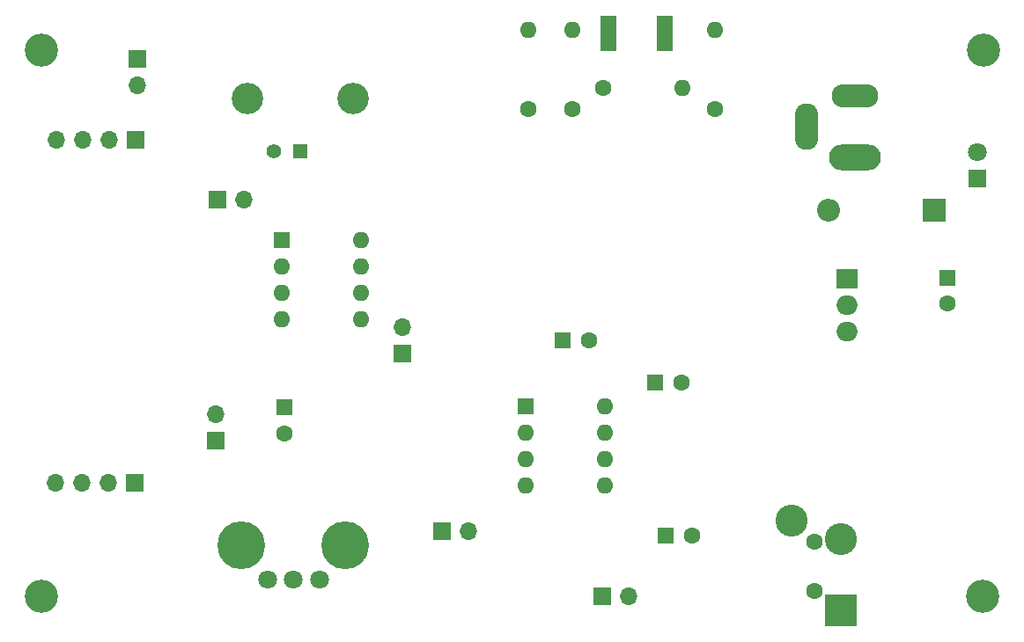
<source format=gbr>
%TF.GenerationSoftware,KiCad,Pcbnew,(6.0.7)*%
%TF.CreationDate,2023-03-17T11:03:48-04:00*%
%TF.ProjectId,DCV v2,44435620-7632-42e6-9b69-6361645f7063,rev?*%
%TF.SameCoordinates,Original*%
%TF.FileFunction,Soldermask,Bot*%
%TF.FilePolarity,Negative*%
%FSLAX46Y46*%
G04 Gerber Fmt 4.6, Leading zero omitted, Abs format (unit mm)*
G04 Created by KiCad (PCBNEW (6.0.7)) date 2023-03-17 11:03:48*
%MOMM*%
%LPD*%
G01*
G04 APERTURE LIST*
%ADD10R,1.700000X1.700000*%
%ADD11O,1.700000X1.700000*%
%ADD12R,1.600000X1.600000*%
%ADD13C,1.600000*%
%ADD14O,5.000000X2.500000*%
%ADD15O,4.500000X2.250000*%
%ADD16O,2.250000X4.500000*%
%ADD17O,1.600000X1.600000*%
%ADD18C,3.200000*%
%ADD19R,2.000000X1.905000*%
%ADD20O,2.000000X1.905000*%
%ADD21C,4.600000*%
%ADD22C,1.800000*%
%ADD23R,1.398000X1.398000*%
%ADD24C,1.398000*%
%ADD25C,3.015000*%
%ADD26R,3.092000X3.092000*%
%ADD27C,3.092000*%
%ADD28R,1.500000X3.500000*%
%ADD29R,1.800000X1.800000*%
%ADD30R,2.200000X2.200000*%
%ADD31O,2.200000X2.200000*%
G04 APERTURE END LIST*
D10*
%TO.C,J10*%
X63817500Y-72961500D03*
D11*
X66357500Y-72961500D03*
%TD*%
D12*
%TO.C,C7*%
X112435000Y-48601849D03*
D13*
X112435000Y-51101849D03*
%TD*%
D12*
%TO.C,C11*%
X84318000Y-58664000D03*
D13*
X86818000Y-58664000D03*
%TD*%
D14*
%TO.C,J4*%
X103545000Y-37054500D03*
D15*
X103545000Y-31054500D03*
D16*
X98845000Y-34054500D03*
%TD*%
D13*
%TO.C,R4*%
X79311500Y-30289500D03*
D17*
X86931500Y-30289500D03*
%TD*%
D13*
%TO.C,R9*%
X72136000Y-32321500D03*
D17*
X72136000Y-24701500D03*
%TD*%
D18*
%TO.C,H4*%
X115887500Y-26670000D03*
%TD*%
%TO.C,H3*%
X115824000Y-79248000D03*
%TD*%
D12*
%TO.C,U4*%
X71882000Y-60960000D03*
D17*
X71882000Y-63500000D03*
X71882000Y-66040000D03*
X71882000Y-68580000D03*
X79502000Y-68580000D03*
X79502000Y-66040000D03*
X79502000Y-63500000D03*
X79502000Y-60960000D03*
%TD*%
D18*
%TO.C,H2*%
X25273000Y-79248000D03*
%TD*%
D19*
%TO.C,U3*%
X102783000Y-48738500D03*
D20*
X102783000Y-51278500D03*
X102783000Y-53818500D03*
%TD*%
D10*
%TO.C,J6*%
X60007500Y-55880000D03*
D11*
X60007500Y-53340000D03*
%TD*%
D12*
%TO.C,C15*%
X85334000Y-73396000D03*
D13*
X87834000Y-73396000D03*
%TD*%
D10*
%TO.C,J7*%
X42100500Y-64267000D03*
D11*
X42100500Y-61727000D03*
%TD*%
D18*
%TO.C,H1*%
X25273000Y-26670000D03*
%TD*%
D21*
%TO.C,RV1*%
X44555000Y-74347500D03*
X54555000Y-74347500D03*
D22*
X47055000Y-77647500D03*
X49555000Y-77647500D03*
X52055000Y-77647500D03*
%TD*%
D23*
%TO.C,J1*%
X50215800Y-36450500D03*
D24*
X47675800Y-36450500D03*
D25*
X45135800Y-31370500D03*
X55295800Y-31370500D03*
%TD*%
D13*
%TO.C,J5*%
X99672000Y-74047000D03*
X99672000Y-78747000D03*
D26*
X102172000Y-80647000D03*
D27*
X102172000Y-73747000D03*
X97472000Y-71947000D03*
%TD*%
D13*
%TO.C,R3*%
X76327000Y-32321500D03*
D17*
X76327000Y-24701500D03*
%TD*%
D12*
%TO.C,C3*%
X48666400Y-61077349D03*
D13*
X48666400Y-63577349D03*
%TD*%
D12*
%TO.C,U2*%
X48422400Y-44968000D03*
D17*
X48422400Y-47508000D03*
X48422400Y-50048000D03*
X48422400Y-52588000D03*
X56042400Y-52588000D03*
X56042400Y-50048000D03*
X56042400Y-47508000D03*
X56042400Y-44968000D03*
%TD*%
D28*
%TO.C,J3*%
X85250000Y-25046500D03*
X79850000Y-25046500D03*
%TD*%
D29*
%TO.C,D1*%
X115265200Y-39065200D03*
D22*
X115265200Y-36525200D03*
%TD*%
D30*
%TO.C,D2*%
X111165000Y-42134500D03*
D31*
X101005000Y-42134500D03*
%TD*%
D10*
%TO.C,J9*%
X79243000Y-79248000D03*
D11*
X81783000Y-79248000D03*
%TD*%
D12*
%TO.C,C12*%
X75428000Y-54600000D03*
D13*
X77928000Y-54600000D03*
%TD*%
%TO.C,R5*%
X90106500Y-32321500D03*
D17*
X90106500Y-24701500D03*
%TD*%
D10*
%TO.C,U1*%
X34361400Y-35306000D03*
D11*
X31821400Y-35306000D03*
X29281400Y-35306000D03*
X26741400Y-35306000D03*
X26695400Y-68326000D03*
X29235400Y-68326000D03*
X31775400Y-68326000D03*
D10*
X34315400Y-68326000D03*
%TD*%
%TO.C,J8*%
X34544000Y-27490500D03*
D11*
X34544000Y-30030500D03*
%TD*%
D10*
%TO.C,J2*%
X42222500Y-41084500D03*
D11*
X44762500Y-41084500D03*
%TD*%
M02*

</source>
